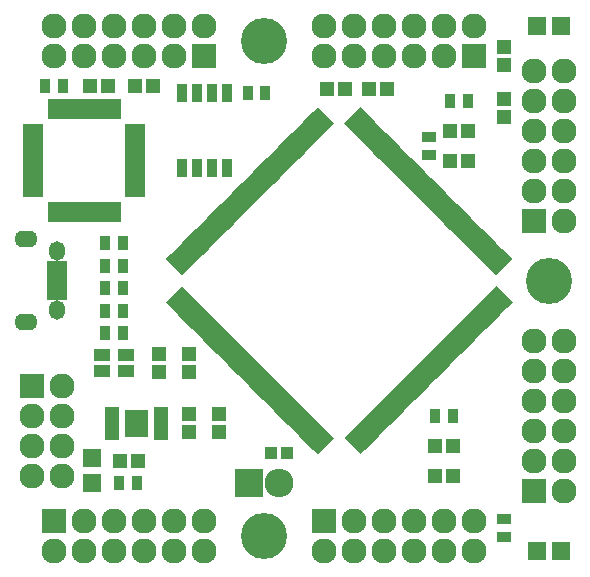
<source format=gts>
G04 #@! TF.FileFunction,Soldermask,Top*
%FSLAX46Y46*%
G04 Gerber Fmt 4.6, Leading zero omitted, Abs format (unit mm)*
G04 Created by KiCad (PCBNEW 0.201602101416+6546~42~ubuntu14.04.1-product) date Thu 11 Feb 2016 08:58:18 AM CET*
%MOMM*%
G01*
G04 APERTURE LIST*
%ADD10C,0.100000*%
%ADD11R,1.150000X1.200000*%
%ADD12R,1.750000X0.800000*%
%ADD13O,1.350000X1.650000*%
%ADD14O,1.950000X1.400000*%
%ADD15R,0.650000X1.700000*%
%ADD16R,1.700000X0.650000*%
%ADD17R,1.200000X1.150000*%
%ADD18R,1.000000X1.100000*%
%ADD19R,0.900000X1.300000*%
%ADD20R,0.908000X1.543000*%
%ADD21R,2.127200X2.127200*%
%ADD22O,2.127200X2.127200*%
%ADD23R,1.290000X0.820000*%
%ADD24R,1.240000X1.340000*%
%ADD25R,2.432000X2.432000*%
%ADD26O,2.432000X2.432000*%
%ADD27R,1.450000X1.050000*%
%ADD28C,3.900000*%
%ADD29R,1.598880X1.598880*%
%ADD30R,1.300000X0.900000*%
G04 APERTURE END LIST*
D10*
D11*
X115570000Y-132195000D03*
X115570000Y-130695000D03*
D10*
G36*
X142465169Y-122144226D02*
X142960143Y-122639200D01*
X141581285Y-124018058D01*
X141086311Y-123523084D01*
X142465169Y-122144226D01*
X142465169Y-122144226D01*
G37*
G36*
X142111616Y-121790672D02*
X142606590Y-122285646D01*
X141227732Y-123664504D01*
X140732758Y-123169530D01*
X142111616Y-121790672D01*
X142111616Y-121790672D01*
G37*
G36*
X141758062Y-121437119D02*
X142253036Y-121932093D01*
X140874178Y-123310951D01*
X140379204Y-122815977D01*
X141758062Y-121437119D01*
X141758062Y-121437119D01*
G37*
G36*
X141404509Y-121083566D02*
X141899483Y-121578540D01*
X140520625Y-122957398D01*
X140025651Y-122462424D01*
X141404509Y-121083566D01*
X141404509Y-121083566D01*
G37*
G36*
X141050955Y-120730012D02*
X141545929Y-121224986D01*
X140167071Y-122603844D01*
X139672097Y-122108870D01*
X141050955Y-120730012D01*
X141050955Y-120730012D01*
G37*
G36*
X140697402Y-120376459D02*
X141192376Y-120871433D01*
X139813518Y-122250291D01*
X139318544Y-121755317D01*
X140697402Y-120376459D01*
X140697402Y-120376459D01*
G37*
G36*
X140343849Y-120022905D02*
X140838823Y-120517879D01*
X139459965Y-121896737D01*
X138964991Y-121401763D01*
X140343849Y-120022905D01*
X140343849Y-120022905D01*
G37*
G36*
X139990295Y-119669352D02*
X140485269Y-120164326D01*
X139106411Y-121543184D01*
X138611437Y-121048210D01*
X139990295Y-119669352D01*
X139990295Y-119669352D01*
G37*
G36*
X139636742Y-119315799D02*
X140131716Y-119810773D01*
X138752858Y-121189631D01*
X138257884Y-120694657D01*
X139636742Y-119315799D01*
X139636742Y-119315799D01*
G37*
G36*
X139283188Y-118962245D02*
X139778162Y-119457219D01*
X138399304Y-120836077D01*
X137904330Y-120341103D01*
X139283188Y-118962245D01*
X139283188Y-118962245D01*
G37*
G36*
X138929635Y-118608692D02*
X139424609Y-119103666D01*
X138045751Y-120482524D01*
X137550777Y-119987550D01*
X138929635Y-118608692D01*
X138929635Y-118608692D01*
G37*
G36*
X138576082Y-118255138D02*
X139071056Y-118750112D01*
X137692198Y-120128970D01*
X137197224Y-119633996D01*
X138576082Y-118255138D01*
X138576082Y-118255138D01*
G37*
G36*
X138222528Y-117901585D02*
X138717502Y-118396559D01*
X137338644Y-119775417D01*
X136843670Y-119280443D01*
X138222528Y-117901585D01*
X138222528Y-117901585D01*
G37*
G36*
X137868975Y-117548032D02*
X138363949Y-118043006D01*
X136985091Y-119421864D01*
X136490117Y-118926890D01*
X137868975Y-117548032D01*
X137868975Y-117548032D01*
G37*
G36*
X137515421Y-117194478D02*
X138010395Y-117689452D01*
X136631537Y-119068310D01*
X136136563Y-118573336D01*
X137515421Y-117194478D01*
X137515421Y-117194478D01*
G37*
G36*
X137161868Y-116840925D02*
X137656842Y-117335899D01*
X136277984Y-118714757D01*
X135783010Y-118219783D01*
X137161868Y-116840925D01*
X137161868Y-116840925D01*
G37*
G36*
X136808315Y-116487372D02*
X137303289Y-116982346D01*
X135924431Y-118361204D01*
X135429457Y-117866230D01*
X136808315Y-116487372D01*
X136808315Y-116487372D01*
G37*
G36*
X136454761Y-116133818D02*
X136949735Y-116628792D01*
X135570877Y-118007650D01*
X135075903Y-117512676D01*
X136454761Y-116133818D01*
X136454761Y-116133818D01*
G37*
G36*
X136101208Y-115780265D02*
X136596182Y-116275239D01*
X135217324Y-117654097D01*
X134722350Y-117159123D01*
X136101208Y-115780265D01*
X136101208Y-115780265D01*
G37*
G36*
X135747654Y-115426711D02*
X136242628Y-115921685D01*
X134863770Y-117300543D01*
X134368796Y-116805569D01*
X135747654Y-115426711D01*
X135747654Y-115426711D01*
G37*
G36*
X135394101Y-115073158D02*
X135889075Y-115568132D01*
X134510217Y-116946990D01*
X134015243Y-116452016D01*
X135394101Y-115073158D01*
X135394101Y-115073158D01*
G37*
G36*
X135040548Y-114719605D02*
X135535522Y-115214579D01*
X134156664Y-116593437D01*
X133661690Y-116098463D01*
X135040548Y-114719605D01*
X135040548Y-114719605D01*
G37*
G36*
X134686994Y-114366051D02*
X135181968Y-114861025D01*
X133803110Y-116239883D01*
X133308136Y-115744909D01*
X134686994Y-114366051D01*
X134686994Y-114366051D01*
G37*
G36*
X134333441Y-114012498D02*
X134828415Y-114507472D01*
X133449557Y-115886330D01*
X132954583Y-115391356D01*
X134333441Y-114012498D01*
X134333441Y-114012498D01*
G37*
G36*
X133979888Y-113658944D02*
X134474862Y-114153918D01*
X133096004Y-115532776D01*
X132601030Y-115037802D01*
X133979888Y-113658944D01*
X133979888Y-113658944D01*
G37*
G36*
X133626334Y-113305391D02*
X134121308Y-113800365D01*
X132742450Y-115179223D01*
X132247476Y-114684249D01*
X133626334Y-113305391D01*
X133626334Y-113305391D01*
G37*
G36*
X133272781Y-112951838D02*
X133767755Y-113446812D01*
X132388897Y-114825670D01*
X131893923Y-114330696D01*
X133272781Y-112951838D01*
X133272781Y-112951838D01*
G37*
G36*
X132919227Y-112598284D02*
X133414201Y-113093258D01*
X132035343Y-114472116D01*
X131540369Y-113977142D01*
X132919227Y-112598284D01*
X132919227Y-112598284D01*
G37*
G36*
X132565674Y-112244731D02*
X133060648Y-112739705D01*
X131681790Y-114118563D01*
X131186816Y-113623589D01*
X132565674Y-112244731D01*
X132565674Y-112244731D01*
G37*
G36*
X132212121Y-111891177D02*
X132707095Y-112386151D01*
X131328237Y-113765009D01*
X130833263Y-113270035D01*
X132212121Y-111891177D01*
X132212121Y-111891177D01*
G37*
G36*
X131858567Y-111537624D02*
X132353541Y-112032598D01*
X130974683Y-113411456D01*
X130479709Y-112916482D01*
X131858567Y-111537624D01*
X131858567Y-111537624D01*
G37*
G36*
X131505014Y-111184071D02*
X131999988Y-111679045D01*
X130621130Y-113057903D01*
X130126156Y-112562929D01*
X131505014Y-111184071D01*
X131505014Y-111184071D01*
G37*
G36*
X131151460Y-110830517D02*
X131646434Y-111325491D01*
X130267576Y-112704349D01*
X129772602Y-112209375D01*
X131151460Y-110830517D01*
X131151460Y-110830517D01*
G37*
G36*
X130797907Y-110476964D02*
X131292881Y-110971938D01*
X129914023Y-112350796D01*
X129419049Y-111855822D01*
X130797907Y-110476964D01*
X130797907Y-110476964D01*
G37*
G36*
X130444354Y-110123410D02*
X130939328Y-110618384D01*
X129560470Y-111997242D01*
X129065496Y-111502268D01*
X130444354Y-110123410D01*
X130444354Y-110123410D01*
G37*
G36*
X130090800Y-109769857D02*
X130585774Y-110264831D01*
X129206916Y-111643689D01*
X128711942Y-111148715D01*
X130090800Y-109769857D01*
X130090800Y-109769857D01*
G37*
G36*
X125954226Y-110264831D02*
X126449200Y-109769857D01*
X127828058Y-111148715D01*
X127333084Y-111643689D01*
X125954226Y-110264831D01*
X125954226Y-110264831D01*
G37*
G36*
X125600672Y-110618384D02*
X126095646Y-110123410D01*
X127474504Y-111502268D01*
X126979530Y-111997242D01*
X125600672Y-110618384D01*
X125600672Y-110618384D01*
G37*
G36*
X125247119Y-110971938D02*
X125742093Y-110476964D01*
X127120951Y-111855822D01*
X126625977Y-112350796D01*
X125247119Y-110971938D01*
X125247119Y-110971938D01*
G37*
G36*
X124893566Y-111325491D02*
X125388540Y-110830517D01*
X126767398Y-112209375D01*
X126272424Y-112704349D01*
X124893566Y-111325491D01*
X124893566Y-111325491D01*
G37*
G36*
X124540012Y-111679045D02*
X125034986Y-111184071D01*
X126413844Y-112562929D01*
X125918870Y-113057903D01*
X124540012Y-111679045D01*
X124540012Y-111679045D01*
G37*
G36*
X124186459Y-112032598D02*
X124681433Y-111537624D01*
X126060291Y-112916482D01*
X125565317Y-113411456D01*
X124186459Y-112032598D01*
X124186459Y-112032598D01*
G37*
G36*
X123832905Y-112386151D02*
X124327879Y-111891177D01*
X125706737Y-113270035D01*
X125211763Y-113765009D01*
X123832905Y-112386151D01*
X123832905Y-112386151D01*
G37*
G36*
X123479352Y-112739705D02*
X123974326Y-112244731D01*
X125353184Y-113623589D01*
X124858210Y-114118563D01*
X123479352Y-112739705D01*
X123479352Y-112739705D01*
G37*
G36*
X123125799Y-113093258D02*
X123620773Y-112598284D01*
X124999631Y-113977142D01*
X124504657Y-114472116D01*
X123125799Y-113093258D01*
X123125799Y-113093258D01*
G37*
G36*
X122772245Y-113446812D02*
X123267219Y-112951838D01*
X124646077Y-114330696D01*
X124151103Y-114825670D01*
X122772245Y-113446812D01*
X122772245Y-113446812D01*
G37*
G36*
X122418692Y-113800365D02*
X122913666Y-113305391D01*
X124292524Y-114684249D01*
X123797550Y-115179223D01*
X122418692Y-113800365D01*
X122418692Y-113800365D01*
G37*
G36*
X122065138Y-114153918D02*
X122560112Y-113658944D01*
X123938970Y-115037802D01*
X123443996Y-115532776D01*
X122065138Y-114153918D01*
X122065138Y-114153918D01*
G37*
G36*
X121711585Y-114507472D02*
X122206559Y-114012498D01*
X123585417Y-115391356D01*
X123090443Y-115886330D01*
X121711585Y-114507472D01*
X121711585Y-114507472D01*
G37*
G36*
X121358032Y-114861025D02*
X121853006Y-114366051D01*
X123231864Y-115744909D01*
X122736890Y-116239883D01*
X121358032Y-114861025D01*
X121358032Y-114861025D01*
G37*
G36*
X121004478Y-115214579D02*
X121499452Y-114719605D01*
X122878310Y-116098463D01*
X122383336Y-116593437D01*
X121004478Y-115214579D01*
X121004478Y-115214579D01*
G37*
G36*
X120650925Y-115568132D02*
X121145899Y-115073158D01*
X122524757Y-116452016D01*
X122029783Y-116946990D01*
X120650925Y-115568132D01*
X120650925Y-115568132D01*
G37*
G36*
X120297372Y-115921685D02*
X120792346Y-115426711D01*
X122171204Y-116805569D01*
X121676230Y-117300543D01*
X120297372Y-115921685D01*
X120297372Y-115921685D01*
G37*
G36*
X119943818Y-116275239D02*
X120438792Y-115780265D01*
X121817650Y-117159123D01*
X121322676Y-117654097D01*
X119943818Y-116275239D01*
X119943818Y-116275239D01*
G37*
G36*
X119590265Y-116628792D02*
X120085239Y-116133818D01*
X121464097Y-117512676D01*
X120969123Y-118007650D01*
X119590265Y-116628792D01*
X119590265Y-116628792D01*
G37*
G36*
X119236711Y-116982346D02*
X119731685Y-116487372D01*
X121110543Y-117866230D01*
X120615569Y-118361204D01*
X119236711Y-116982346D01*
X119236711Y-116982346D01*
G37*
G36*
X118883158Y-117335899D02*
X119378132Y-116840925D01*
X120756990Y-118219783D01*
X120262016Y-118714757D01*
X118883158Y-117335899D01*
X118883158Y-117335899D01*
G37*
G36*
X118529605Y-117689452D02*
X119024579Y-117194478D01*
X120403437Y-118573336D01*
X119908463Y-119068310D01*
X118529605Y-117689452D01*
X118529605Y-117689452D01*
G37*
G36*
X118176051Y-118043006D02*
X118671025Y-117548032D01*
X120049883Y-118926890D01*
X119554909Y-119421864D01*
X118176051Y-118043006D01*
X118176051Y-118043006D01*
G37*
G36*
X117822498Y-118396559D02*
X118317472Y-117901585D01*
X119696330Y-119280443D01*
X119201356Y-119775417D01*
X117822498Y-118396559D01*
X117822498Y-118396559D01*
G37*
G36*
X117468944Y-118750112D02*
X117963918Y-118255138D01*
X119342776Y-119633996D01*
X118847802Y-120128970D01*
X117468944Y-118750112D01*
X117468944Y-118750112D01*
G37*
G36*
X117115391Y-119103666D02*
X117610365Y-118608692D01*
X118989223Y-119987550D01*
X118494249Y-120482524D01*
X117115391Y-119103666D01*
X117115391Y-119103666D01*
G37*
G36*
X116761838Y-119457219D02*
X117256812Y-118962245D01*
X118635670Y-120341103D01*
X118140696Y-120836077D01*
X116761838Y-119457219D01*
X116761838Y-119457219D01*
G37*
G36*
X116408284Y-119810773D02*
X116903258Y-119315799D01*
X118282116Y-120694657D01*
X117787142Y-121189631D01*
X116408284Y-119810773D01*
X116408284Y-119810773D01*
G37*
G36*
X116054731Y-120164326D02*
X116549705Y-119669352D01*
X117928563Y-121048210D01*
X117433589Y-121543184D01*
X116054731Y-120164326D01*
X116054731Y-120164326D01*
G37*
G36*
X115701177Y-120517879D02*
X116196151Y-120022905D01*
X117575009Y-121401763D01*
X117080035Y-121896737D01*
X115701177Y-120517879D01*
X115701177Y-120517879D01*
G37*
G36*
X115347624Y-120871433D02*
X115842598Y-120376459D01*
X117221456Y-121755317D01*
X116726482Y-122250291D01*
X115347624Y-120871433D01*
X115347624Y-120871433D01*
G37*
G36*
X114994071Y-121224986D02*
X115489045Y-120730012D01*
X116867903Y-122108870D01*
X116372929Y-122603844D01*
X114994071Y-121224986D01*
X114994071Y-121224986D01*
G37*
G36*
X114640517Y-121578540D02*
X115135491Y-121083566D01*
X116514349Y-122462424D01*
X116019375Y-122957398D01*
X114640517Y-121578540D01*
X114640517Y-121578540D01*
G37*
G36*
X114286964Y-121932093D02*
X114781938Y-121437119D01*
X116160796Y-122815977D01*
X115665822Y-123310951D01*
X114286964Y-121932093D01*
X114286964Y-121932093D01*
G37*
G36*
X113933410Y-122285646D02*
X114428384Y-121790672D01*
X115807242Y-123169530D01*
X115312268Y-123664504D01*
X113933410Y-122285646D01*
X113933410Y-122285646D01*
G37*
G36*
X113579857Y-122639200D02*
X114074831Y-122144226D01*
X115453689Y-123523084D01*
X114958715Y-124018058D01*
X113579857Y-122639200D01*
X113579857Y-122639200D01*
G37*
G36*
X114958715Y-124901942D02*
X115453689Y-125396916D01*
X114074831Y-126775774D01*
X113579857Y-126280800D01*
X114958715Y-124901942D01*
X114958715Y-124901942D01*
G37*
G36*
X115312268Y-125255496D02*
X115807242Y-125750470D01*
X114428384Y-127129328D01*
X113933410Y-126634354D01*
X115312268Y-125255496D01*
X115312268Y-125255496D01*
G37*
G36*
X115665822Y-125609049D02*
X116160796Y-126104023D01*
X114781938Y-127482881D01*
X114286964Y-126987907D01*
X115665822Y-125609049D01*
X115665822Y-125609049D01*
G37*
G36*
X116019375Y-125962602D02*
X116514349Y-126457576D01*
X115135491Y-127836434D01*
X114640517Y-127341460D01*
X116019375Y-125962602D01*
X116019375Y-125962602D01*
G37*
G36*
X116372929Y-126316156D02*
X116867903Y-126811130D01*
X115489045Y-128189988D01*
X114994071Y-127695014D01*
X116372929Y-126316156D01*
X116372929Y-126316156D01*
G37*
G36*
X116726482Y-126669709D02*
X117221456Y-127164683D01*
X115842598Y-128543541D01*
X115347624Y-128048567D01*
X116726482Y-126669709D01*
X116726482Y-126669709D01*
G37*
G36*
X117080035Y-127023263D02*
X117575009Y-127518237D01*
X116196151Y-128897095D01*
X115701177Y-128402121D01*
X117080035Y-127023263D01*
X117080035Y-127023263D01*
G37*
G36*
X117433589Y-127376816D02*
X117928563Y-127871790D01*
X116549705Y-129250648D01*
X116054731Y-128755674D01*
X117433589Y-127376816D01*
X117433589Y-127376816D01*
G37*
G36*
X117787142Y-127730369D02*
X118282116Y-128225343D01*
X116903258Y-129604201D01*
X116408284Y-129109227D01*
X117787142Y-127730369D01*
X117787142Y-127730369D01*
G37*
G36*
X118140696Y-128083923D02*
X118635670Y-128578897D01*
X117256812Y-129957755D01*
X116761838Y-129462781D01*
X118140696Y-128083923D01*
X118140696Y-128083923D01*
G37*
G36*
X118494249Y-128437476D02*
X118989223Y-128932450D01*
X117610365Y-130311308D01*
X117115391Y-129816334D01*
X118494249Y-128437476D01*
X118494249Y-128437476D01*
G37*
G36*
X118847802Y-128791030D02*
X119342776Y-129286004D01*
X117963918Y-130664862D01*
X117468944Y-130169888D01*
X118847802Y-128791030D01*
X118847802Y-128791030D01*
G37*
G36*
X119201356Y-129144583D02*
X119696330Y-129639557D01*
X118317472Y-131018415D01*
X117822498Y-130523441D01*
X119201356Y-129144583D01*
X119201356Y-129144583D01*
G37*
G36*
X119554909Y-129498136D02*
X120049883Y-129993110D01*
X118671025Y-131371968D01*
X118176051Y-130876994D01*
X119554909Y-129498136D01*
X119554909Y-129498136D01*
G37*
G36*
X119908463Y-129851690D02*
X120403437Y-130346664D01*
X119024579Y-131725522D01*
X118529605Y-131230548D01*
X119908463Y-129851690D01*
X119908463Y-129851690D01*
G37*
G36*
X120262016Y-130205243D02*
X120756990Y-130700217D01*
X119378132Y-132079075D01*
X118883158Y-131584101D01*
X120262016Y-130205243D01*
X120262016Y-130205243D01*
G37*
G36*
X120615569Y-130558796D02*
X121110543Y-131053770D01*
X119731685Y-132432628D01*
X119236711Y-131937654D01*
X120615569Y-130558796D01*
X120615569Y-130558796D01*
G37*
G36*
X120969123Y-130912350D02*
X121464097Y-131407324D01*
X120085239Y-132786182D01*
X119590265Y-132291208D01*
X120969123Y-130912350D01*
X120969123Y-130912350D01*
G37*
G36*
X121322676Y-131265903D02*
X121817650Y-131760877D01*
X120438792Y-133139735D01*
X119943818Y-132644761D01*
X121322676Y-131265903D01*
X121322676Y-131265903D01*
G37*
G36*
X121676230Y-131619457D02*
X122171204Y-132114431D01*
X120792346Y-133493289D01*
X120297372Y-132998315D01*
X121676230Y-131619457D01*
X121676230Y-131619457D01*
G37*
G36*
X122029783Y-131973010D02*
X122524757Y-132467984D01*
X121145899Y-133846842D01*
X120650925Y-133351868D01*
X122029783Y-131973010D01*
X122029783Y-131973010D01*
G37*
G36*
X122383336Y-132326563D02*
X122878310Y-132821537D01*
X121499452Y-134200395D01*
X121004478Y-133705421D01*
X122383336Y-132326563D01*
X122383336Y-132326563D01*
G37*
G36*
X122736890Y-132680117D02*
X123231864Y-133175091D01*
X121853006Y-134553949D01*
X121358032Y-134058975D01*
X122736890Y-132680117D01*
X122736890Y-132680117D01*
G37*
G36*
X123090443Y-133033670D02*
X123585417Y-133528644D01*
X122206559Y-134907502D01*
X121711585Y-134412528D01*
X123090443Y-133033670D01*
X123090443Y-133033670D01*
G37*
G36*
X123443996Y-133387224D02*
X123938970Y-133882198D01*
X122560112Y-135261056D01*
X122065138Y-134766082D01*
X123443996Y-133387224D01*
X123443996Y-133387224D01*
G37*
G36*
X123797550Y-133740777D02*
X124292524Y-134235751D01*
X122913666Y-135614609D01*
X122418692Y-135119635D01*
X123797550Y-133740777D01*
X123797550Y-133740777D01*
G37*
G36*
X124151103Y-134094330D02*
X124646077Y-134589304D01*
X123267219Y-135968162D01*
X122772245Y-135473188D01*
X124151103Y-134094330D01*
X124151103Y-134094330D01*
G37*
G36*
X124504657Y-134447884D02*
X124999631Y-134942858D01*
X123620773Y-136321716D01*
X123125799Y-135826742D01*
X124504657Y-134447884D01*
X124504657Y-134447884D01*
G37*
G36*
X124858210Y-134801437D02*
X125353184Y-135296411D01*
X123974326Y-136675269D01*
X123479352Y-136180295D01*
X124858210Y-134801437D01*
X124858210Y-134801437D01*
G37*
G36*
X125211763Y-135154991D02*
X125706737Y-135649965D01*
X124327879Y-137028823D01*
X123832905Y-136533849D01*
X125211763Y-135154991D01*
X125211763Y-135154991D01*
G37*
G36*
X125565317Y-135508544D02*
X126060291Y-136003518D01*
X124681433Y-137382376D01*
X124186459Y-136887402D01*
X125565317Y-135508544D01*
X125565317Y-135508544D01*
G37*
G36*
X125918870Y-135862097D02*
X126413844Y-136357071D01*
X125034986Y-137735929D01*
X124540012Y-137240955D01*
X125918870Y-135862097D01*
X125918870Y-135862097D01*
G37*
G36*
X126272424Y-136215651D02*
X126767398Y-136710625D01*
X125388540Y-138089483D01*
X124893566Y-137594509D01*
X126272424Y-136215651D01*
X126272424Y-136215651D01*
G37*
G36*
X126625977Y-136569204D02*
X127120951Y-137064178D01*
X125742093Y-138443036D01*
X125247119Y-137948062D01*
X126625977Y-136569204D01*
X126625977Y-136569204D01*
G37*
G36*
X126979530Y-136922758D02*
X127474504Y-137417732D01*
X126095646Y-138796590D01*
X125600672Y-138301616D01*
X126979530Y-136922758D01*
X126979530Y-136922758D01*
G37*
G36*
X127333084Y-137276311D02*
X127828058Y-137771285D01*
X126449200Y-139150143D01*
X125954226Y-138655169D01*
X127333084Y-137276311D01*
X127333084Y-137276311D01*
G37*
G36*
X128711942Y-137771285D02*
X129206916Y-137276311D01*
X130585774Y-138655169D01*
X130090800Y-139150143D01*
X128711942Y-137771285D01*
X128711942Y-137771285D01*
G37*
G36*
X129065496Y-137417732D02*
X129560470Y-136922758D01*
X130939328Y-138301616D01*
X130444354Y-138796590D01*
X129065496Y-137417732D01*
X129065496Y-137417732D01*
G37*
G36*
X129419049Y-137064178D02*
X129914023Y-136569204D01*
X131292881Y-137948062D01*
X130797907Y-138443036D01*
X129419049Y-137064178D01*
X129419049Y-137064178D01*
G37*
G36*
X129772602Y-136710625D02*
X130267576Y-136215651D01*
X131646434Y-137594509D01*
X131151460Y-138089483D01*
X129772602Y-136710625D01*
X129772602Y-136710625D01*
G37*
G36*
X130126156Y-136357071D02*
X130621130Y-135862097D01*
X131999988Y-137240955D01*
X131505014Y-137735929D01*
X130126156Y-136357071D01*
X130126156Y-136357071D01*
G37*
G36*
X130479709Y-136003518D02*
X130974683Y-135508544D01*
X132353541Y-136887402D01*
X131858567Y-137382376D01*
X130479709Y-136003518D01*
X130479709Y-136003518D01*
G37*
G36*
X130833263Y-135649965D02*
X131328237Y-135154991D01*
X132707095Y-136533849D01*
X132212121Y-137028823D01*
X130833263Y-135649965D01*
X130833263Y-135649965D01*
G37*
G36*
X131186816Y-135296411D02*
X131681790Y-134801437D01*
X133060648Y-136180295D01*
X132565674Y-136675269D01*
X131186816Y-135296411D01*
X131186816Y-135296411D01*
G37*
G36*
X131540369Y-134942858D02*
X132035343Y-134447884D01*
X133414201Y-135826742D01*
X132919227Y-136321716D01*
X131540369Y-134942858D01*
X131540369Y-134942858D01*
G37*
G36*
X131893923Y-134589304D02*
X132388897Y-134094330D01*
X133767755Y-135473188D01*
X133272781Y-135968162D01*
X131893923Y-134589304D01*
X131893923Y-134589304D01*
G37*
G36*
X132247476Y-134235751D02*
X132742450Y-133740777D01*
X134121308Y-135119635D01*
X133626334Y-135614609D01*
X132247476Y-134235751D01*
X132247476Y-134235751D01*
G37*
G36*
X132601030Y-133882198D02*
X133096004Y-133387224D01*
X134474862Y-134766082D01*
X133979888Y-135261056D01*
X132601030Y-133882198D01*
X132601030Y-133882198D01*
G37*
G36*
X132954583Y-133528644D02*
X133449557Y-133033670D01*
X134828415Y-134412528D01*
X134333441Y-134907502D01*
X132954583Y-133528644D01*
X132954583Y-133528644D01*
G37*
G36*
X133308136Y-133175091D02*
X133803110Y-132680117D01*
X135181968Y-134058975D01*
X134686994Y-134553949D01*
X133308136Y-133175091D01*
X133308136Y-133175091D01*
G37*
G36*
X133661690Y-132821537D02*
X134156664Y-132326563D01*
X135535522Y-133705421D01*
X135040548Y-134200395D01*
X133661690Y-132821537D01*
X133661690Y-132821537D01*
G37*
G36*
X134015243Y-132467984D02*
X134510217Y-131973010D01*
X135889075Y-133351868D01*
X135394101Y-133846842D01*
X134015243Y-132467984D01*
X134015243Y-132467984D01*
G37*
G36*
X134368796Y-132114431D02*
X134863770Y-131619457D01*
X136242628Y-132998315D01*
X135747654Y-133493289D01*
X134368796Y-132114431D01*
X134368796Y-132114431D01*
G37*
G36*
X134722350Y-131760877D02*
X135217324Y-131265903D01*
X136596182Y-132644761D01*
X136101208Y-133139735D01*
X134722350Y-131760877D01*
X134722350Y-131760877D01*
G37*
G36*
X135075903Y-131407324D02*
X135570877Y-130912350D01*
X136949735Y-132291208D01*
X136454761Y-132786182D01*
X135075903Y-131407324D01*
X135075903Y-131407324D01*
G37*
G36*
X135429457Y-131053770D02*
X135924431Y-130558796D01*
X137303289Y-131937654D01*
X136808315Y-132432628D01*
X135429457Y-131053770D01*
X135429457Y-131053770D01*
G37*
G36*
X135783010Y-130700217D02*
X136277984Y-130205243D01*
X137656842Y-131584101D01*
X137161868Y-132079075D01*
X135783010Y-130700217D01*
X135783010Y-130700217D01*
G37*
G36*
X136136563Y-130346664D02*
X136631537Y-129851690D01*
X138010395Y-131230548D01*
X137515421Y-131725522D01*
X136136563Y-130346664D01*
X136136563Y-130346664D01*
G37*
G36*
X136490117Y-129993110D02*
X136985091Y-129498136D01*
X138363949Y-130876994D01*
X137868975Y-131371968D01*
X136490117Y-129993110D01*
X136490117Y-129993110D01*
G37*
G36*
X136843670Y-129639557D02*
X137338644Y-129144583D01*
X138717502Y-130523441D01*
X138222528Y-131018415D01*
X136843670Y-129639557D01*
X136843670Y-129639557D01*
G37*
G36*
X137197224Y-129286004D02*
X137692198Y-128791030D01*
X139071056Y-130169888D01*
X138576082Y-130664862D01*
X137197224Y-129286004D01*
X137197224Y-129286004D01*
G37*
G36*
X137550777Y-128932450D02*
X138045751Y-128437476D01*
X139424609Y-129816334D01*
X138929635Y-130311308D01*
X137550777Y-128932450D01*
X137550777Y-128932450D01*
G37*
G36*
X137904330Y-128578897D02*
X138399304Y-128083923D01*
X139778162Y-129462781D01*
X139283188Y-129957755D01*
X137904330Y-128578897D01*
X137904330Y-128578897D01*
G37*
G36*
X138257884Y-128225343D02*
X138752858Y-127730369D01*
X140131716Y-129109227D01*
X139636742Y-129604201D01*
X138257884Y-128225343D01*
X138257884Y-128225343D01*
G37*
G36*
X138611437Y-127871790D02*
X139106411Y-127376816D01*
X140485269Y-128755674D01*
X139990295Y-129250648D01*
X138611437Y-127871790D01*
X138611437Y-127871790D01*
G37*
G36*
X138964991Y-127518237D02*
X139459965Y-127023263D01*
X140838823Y-128402121D01*
X140343849Y-128897095D01*
X138964991Y-127518237D01*
X138964991Y-127518237D01*
G37*
G36*
X139318544Y-127164683D02*
X139813518Y-126669709D01*
X141192376Y-128048567D01*
X140697402Y-128543541D01*
X139318544Y-127164683D01*
X139318544Y-127164683D01*
G37*
G36*
X139672097Y-126811130D02*
X140167071Y-126316156D01*
X141545929Y-127695014D01*
X141050955Y-128189988D01*
X139672097Y-126811130D01*
X139672097Y-126811130D01*
G37*
G36*
X140025651Y-126457576D02*
X140520625Y-125962602D01*
X141899483Y-127341460D01*
X141404509Y-127836434D01*
X140025651Y-126457576D01*
X140025651Y-126457576D01*
G37*
G36*
X140379204Y-126104023D02*
X140874178Y-125609049D01*
X142253036Y-126987907D01*
X141758062Y-127482881D01*
X140379204Y-126104023D01*
X140379204Y-126104023D01*
G37*
G36*
X140732758Y-125750470D02*
X141227732Y-125255496D01*
X142606590Y-126634354D01*
X142111616Y-127129328D01*
X140732758Y-125750470D01*
X140732758Y-125750470D01*
G37*
G36*
X141086311Y-125396916D02*
X141581285Y-124901942D01*
X142960143Y-126280800D01*
X142465169Y-126775774D01*
X141086311Y-125396916D01*
X141086311Y-125396916D01*
G37*
D12*
X104432540Y-123159100D03*
X104432540Y-123809100D03*
X104432540Y-124459100D03*
X104432540Y-125109100D03*
X104432540Y-125759100D03*
D13*
X104432540Y-121959100D03*
X104432540Y-126959100D03*
D14*
X101732540Y-120959100D03*
X101732540Y-127959100D03*
D15*
X103930000Y-118650000D03*
X104430000Y-118650000D03*
X104930000Y-118650000D03*
X105430000Y-118650000D03*
X105930000Y-118650000D03*
X106430000Y-118650000D03*
X106930000Y-118650000D03*
X107430000Y-118650000D03*
X107930000Y-118650000D03*
X108430000Y-118650000D03*
X108930000Y-118650000D03*
X109430000Y-118650000D03*
D16*
X111030000Y-117050000D03*
X111030000Y-116550000D03*
X111030000Y-116050000D03*
X111030000Y-115550000D03*
X111030000Y-115050000D03*
X111030000Y-114550000D03*
X111030000Y-114050000D03*
X111030000Y-113550000D03*
X111030000Y-113050000D03*
X111030000Y-112550000D03*
X111030000Y-112050000D03*
X111030000Y-111550000D03*
D15*
X109430000Y-109950000D03*
X108930000Y-109950000D03*
X108430000Y-109950000D03*
X107930000Y-109950000D03*
X107430000Y-109950000D03*
X106930000Y-109950000D03*
X106430000Y-109950000D03*
X105930000Y-109950000D03*
X105430000Y-109950000D03*
X104930000Y-109950000D03*
X104430000Y-109950000D03*
X103930000Y-109950000D03*
D16*
X102330000Y-111550000D03*
X102330000Y-112050000D03*
X102330000Y-112550000D03*
X102330000Y-113050000D03*
X102330000Y-113550000D03*
X102330000Y-114050000D03*
X102330000Y-114550000D03*
X102330000Y-115050000D03*
X102330000Y-115550000D03*
X102330000Y-116050000D03*
X102330000Y-116550000D03*
X102330000Y-117050000D03*
D17*
X137680000Y-111760000D03*
X139180000Y-111760000D03*
X137680000Y-114300000D03*
X139180000Y-114300000D03*
D18*
X122490000Y-139065000D03*
X123890000Y-139065000D03*
D19*
X137680000Y-109220000D03*
X139180000Y-109220000D03*
D20*
X118745000Y-114935000D03*
X117475000Y-114935000D03*
X116205000Y-114935000D03*
X114935000Y-114935000D03*
X114935000Y-108585000D03*
X116205000Y-108585000D03*
X117475000Y-108585000D03*
X118745000Y-108585000D03*
D19*
X103390000Y-107950000D03*
X104890000Y-107950000D03*
X108470000Y-127000000D03*
X109970000Y-127000000D03*
X109970000Y-121285000D03*
X108470000Y-121285000D03*
X109970000Y-125095000D03*
X108470000Y-125095000D03*
X120535000Y-108585000D03*
X122035000Y-108585000D03*
X109970000Y-123190000D03*
X108470000Y-123190000D03*
D21*
X116840000Y-105410000D03*
D22*
X116840000Y-102870000D03*
X114300000Y-105410000D03*
X114300000Y-102870000D03*
X111760000Y-105410000D03*
X111760000Y-102870000D03*
X109220000Y-105410000D03*
X109220000Y-102870000D03*
X106680000Y-105410000D03*
X106680000Y-102870000D03*
X104140000Y-105410000D03*
X104140000Y-102870000D03*
D21*
X139700000Y-105410000D03*
D22*
X139700000Y-102870000D03*
X137160000Y-105410000D03*
X137160000Y-102870000D03*
X134620000Y-105410000D03*
X134620000Y-102870000D03*
X132080000Y-105410000D03*
X132080000Y-102870000D03*
X129540000Y-105410000D03*
X129540000Y-102870000D03*
X127000000Y-105410000D03*
X127000000Y-102870000D03*
D21*
X144780000Y-119380000D03*
D22*
X147320000Y-119380000D03*
X144780000Y-116840000D03*
X147320000Y-116840000D03*
X144780000Y-114300000D03*
X147320000Y-114300000D03*
X144780000Y-111760000D03*
X147320000Y-111760000D03*
X144780000Y-109220000D03*
X147320000Y-109220000D03*
X144780000Y-106680000D03*
X147320000Y-106680000D03*
D21*
X144780000Y-142240000D03*
D22*
X147320000Y-142240000D03*
X144780000Y-139700000D03*
X147320000Y-139700000D03*
X144780000Y-137160000D03*
X147320000Y-137160000D03*
X144780000Y-134620000D03*
X147320000Y-134620000D03*
X144780000Y-132080000D03*
X147320000Y-132080000D03*
X144780000Y-129540000D03*
X147320000Y-129540000D03*
D21*
X127000000Y-144780000D03*
D22*
X127000000Y-147320000D03*
X129540000Y-144780000D03*
X129540000Y-147320000D03*
X132080000Y-144780000D03*
X132080000Y-147320000D03*
X134620000Y-144780000D03*
X134620000Y-147320000D03*
X137160000Y-144780000D03*
X137160000Y-147320000D03*
X139700000Y-144780000D03*
X139700000Y-147320000D03*
D21*
X104140000Y-144780000D03*
D22*
X104140000Y-147320000D03*
X106680000Y-144780000D03*
X106680000Y-147320000D03*
X109220000Y-144780000D03*
X109220000Y-147320000D03*
X111760000Y-144780000D03*
X111760000Y-147320000D03*
X114300000Y-144780000D03*
X114300000Y-147320000D03*
X116840000Y-144780000D03*
X116840000Y-147320000D03*
D17*
X111010000Y-107950000D03*
X112510000Y-107950000D03*
X107200000Y-107950000D03*
X108700000Y-107950000D03*
X136410000Y-140970000D03*
X137910000Y-140970000D03*
X136410000Y-138430000D03*
X137910000Y-138430000D03*
D11*
X118110000Y-135775000D03*
X118110000Y-137275000D03*
X115570000Y-135775000D03*
X115570000Y-137275000D03*
X113030000Y-132195000D03*
X113030000Y-130695000D03*
D17*
X130822000Y-108204000D03*
X132322000Y-108204000D03*
X128766000Y-108204000D03*
X127266000Y-108204000D03*
D19*
X108470000Y-128905000D03*
X109970000Y-128905000D03*
X136410000Y-135890000D03*
X137910000Y-135890000D03*
D17*
X109740000Y-139700000D03*
X111240000Y-139700000D03*
D23*
X109020000Y-135550000D03*
X109020000Y-136200000D03*
X109020000Y-136850000D03*
X109020000Y-137500000D03*
X113230000Y-137500000D03*
X113230000Y-136850000D03*
X113230000Y-136200000D03*
X113230000Y-135550000D03*
D24*
X111545000Y-136995000D03*
X111545000Y-136055000D03*
X110705000Y-136995000D03*
X110705000Y-136055000D03*
D11*
X142240000Y-106160000D03*
X142240000Y-104660000D03*
X142240000Y-109105000D03*
X142240000Y-110605000D03*
D21*
X102235000Y-133350000D03*
D22*
X104775000Y-133350000D03*
X102235000Y-135890000D03*
X104775000Y-135890000D03*
X102235000Y-138430000D03*
X104775000Y-138430000D03*
X102235000Y-140970000D03*
X104775000Y-140970000D03*
D25*
X120650000Y-141605000D03*
D26*
X123190000Y-141605000D03*
D27*
X110245000Y-132120000D03*
X110245000Y-130770000D03*
X108195000Y-130770000D03*
X108195000Y-132120000D03*
D28*
X146050000Y-124460000D03*
X121920000Y-146050000D03*
X121920000Y-104140000D03*
D29*
X107315000Y-141605000D03*
X107315000Y-139506960D03*
X145000980Y-147320000D03*
X147099020Y-147320000D03*
X145000980Y-102870000D03*
X147099020Y-102870000D03*
D19*
X111125000Y-141605000D03*
X109625000Y-141605000D03*
D30*
X142240000Y-144665000D03*
X142240000Y-146165000D03*
X135890000Y-113780000D03*
X135890000Y-112280000D03*
M02*

</source>
